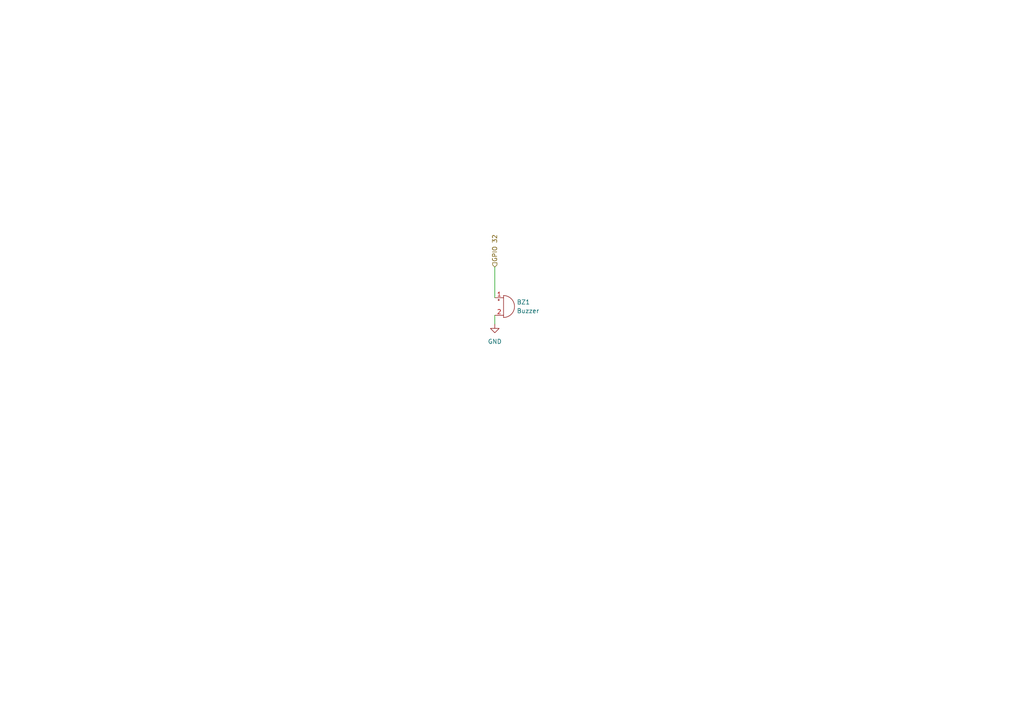
<source format=kicad_sch>
(kicad_sch
	(version 20250114)
	(generator "eeschema")
	(generator_version "9.0")
	(uuid "7db4f59b-2c34-401c-ac1b-51f2fe65f13c")
	(paper "A4")
	(lib_symbols
		(symbol "Device:Buzzer"
			(pin_names
				(offset 0.0254)
				(hide yes)
			)
			(exclude_from_sim no)
			(in_bom yes)
			(on_board yes)
			(property "Reference" "BZ"
				(at 3.81 1.27 0)
				(effects
					(font
						(size 1.27 1.27)
					)
					(justify left)
				)
			)
			(property "Value" "Buzzer"
				(at 3.81 -1.27 0)
				(effects
					(font
						(size 1.27 1.27)
					)
					(justify left)
				)
			)
			(property "Footprint" ""
				(at -0.635 2.54 90)
				(effects
					(font
						(size 1.27 1.27)
					)
					(hide yes)
				)
			)
			(property "Datasheet" "~"
				(at -0.635 2.54 90)
				(effects
					(font
						(size 1.27 1.27)
					)
					(hide yes)
				)
			)
			(property "Description" "Buzzer, polarized"
				(at 0 0 0)
				(effects
					(font
						(size 1.27 1.27)
					)
					(hide yes)
				)
			)
			(property "ki_keywords" "quartz resonator ceramic"
				(at 0 0 0)
				(effects
					(font
						(size 1.27 1.27)
					)
					(hide yes)
				)
			)
			(property "ki_fp_filters" "*Buzzer*"
				(at 0 0 0)
				(effects
					(font
						(size 1.27 1.27)
					)
					(hide yes)
				)
			)
			(symbol "Buzzer_0_1"
				(polyline
					(pts
						(xy -1.651 1.905) (xy -1.143 1.905)
					)
					(stroke
						(width 0)
						(type default)
					)
					(fill
						(type none)
					)
				)
				(polyline
					(pts
						(xy -1.397 2.159) (xy -1.397 1.651)
					)
					(stroke
						(width 0)
						(type default)
					)
					(fill
						(type none)
					)
				)
				(arc
					(start 0 3.175)
					(mid 3.1612 0)
					(end 0 -3.175)
					(stroke
						(width 0)
						(type default)
					)
					(fill
						(type none)
					)
				)
				(polyline
					(pts
						(xy 0 3.175) (xy 0 -3.175)
					)
					(stroke
						(width 0)
						(type default)
					)
					(fill
						(type none)
					)
				)
			)
			(symbol "Buzzer_1_1"
				(pin passive line
					(at -2.54 2.54 0)
					(length 2.54)
					(name "+"
						(effects
							(font
								(size 1.27 1.27)
							)
						)
					)
					(number "1"
						(effects
							(font
								(size 1.27 1.27)
							)
						)
					)
				)
				(pin passive line
					(at -2.54 -2.54 0)
					(length 2.54)
					(name "-"
						(effects
							(font
								(size 1.27 1.27)
							)
						)
					)
					(number "2"
						(effects
							(font
								(size 1.27 1.27)
							)
						)
					)
				)
			)
			(embedded_fonts no)
		)
		(symbol "power:GND"
			(power)
			(pin_numbers
				(hide yes)
			)
			(pin_names
				(offset 0)
				(hide yes)
			)
			(exclude_from_sim no)
			(in_bom yes)
			(on_board yes)
			(property "Reference" "#PWR"
				(at 0 -6.35 0)
				(effects
					(font
						(size 1.27 1.27)
					)
					(hide yes)
				)
			)
			(property "Value" "GND"
				(at 0 -3.81 0)
				(effects
					(font
						(size 1.27 1.27)
					)
				)
			)
			(property "Footprint" ""
				(at 0 0 0)
				(effects
					(font
						(size 1.27 1.27)
					)
					(hide yes)
				)
			)
			(property "Datasheet" ""
				(at 0 0 0)
				(effects
					(font
						(size 1.27 1.27)
					)
					(hide yes)
				)
			)
			(property "Description" "Power symbol creates a global label with name \"GND\" , ground"
				(at 0 0 0)
				(effects
					(font
						(size 1.27 1.27)
					)
					(hide yes)
				)
			)
			(property "ki_keywords" "global power"
				(at 0 0 0)
				(effects
					(font
						(size 1.27 1.27)
					)
					(hide yes)
				)
			)
			(symbol "GND_0_1"
				(polyline
					(pts
						(xy 0 0) (xy 0 -1.27) (xy 1.27 -1.27) (xy 0 -2.54) (xy -1.27 -1.27) (xy 0 -1.27)
					)
					(stroke
						(width 0)
						(type default)
					)
					(fill
						(type none)
					)
				)
			)
			(symbol "GND_1_1"
				(pin power_in line
					(at 0 0 270)
					(length 0)
					(name "~"
						(effects
							(font
								(size 1.27 1.27)
							)
						)
					)
					(number "1"
						(effects
							(font
								(size 1.27 1.27)
							)
						)
					)
				)
			)
			(embedded_fonts no)
		)
	)
	(wire
		(pts
			(xy 143.51 91.44) (xy 143.51 93.98)
		)
		(stroke
			(width 0)
			(type default)
		)
		(uuid "3f037875-7157-4258-a867-0b78eae102e9")
	)
	(wire
		(pts
			(xy 143.51 77.47) (xy 143.51 86.36)
		)
		(stroke
			(width 0)
			(type default)
		)
		(uuid "a6119083-70a3-4f24-8162-f2a1e87e1890")
	)
	(hierarchical_label "GPIO 32"
		(shape input)
		(at 143.51 77.47 90)
		(effects
			(font
				(size 1.27 1.27)
			)
			(justify left)
		)
		(uuid "129d0532-50a2-4ccb-846e-6f3bfb5c9c5f")
	)
	(symbol
		(lib_id "power:GND")
		(at 143.51 93.98 0)
		(unit 1)
		(exclude_from_sim no)
		(in_bom yes)
		(on_board yes)
		(dnp no)
		(fields_autoplaced yes)
		(uuid "a5908a10-6c54-4fab-bcbb-18b84bcc0853")
		(property "Reference" "#PWR014"
			(at 143.51 100.33 0)
			(effects
				(font
					(size 1.27 1.27)
				)
				(hide yes)
			)
		)
		(property "Value" "GND"
			(at 143.51 99.06 0)
			(effects
				(font
					(size 1.27 1.27)
				)
			)
		)
		(property "Footprint" ""
			(at 143.51 93.98 0)
			(effects
				(font
					(size 1.27 1.27)
				)
				(hide yes)
			)
		)
		(property "Datasheet" ""
			(at 143.51 93.98 0)
			(effects
				(font
					(size 1.27 1.27)
				)
				(hide yes)
			)
		)
		(property "Description" "Power symbol creates a global label with name \"GND\" , ground"
			(at 143.51 93.98 0)
			(effects
				(font
					(size 1.27 1.27)
				)
				(hide yes)
			)
		)
		(pin "1"
			(uuid "806cdb16-c845-4308-843c-fc65e9540e69")
		)
		(instances
			(project "Mano"
				(path "/6a2a9fca-79fe-498d-bfd5-926b250faf65/280e6bf0-7e20-4f19-86d2-dbb487803ee9/da6b20a4-13cd-4327-b1bb-7a17b16b1ff1"
					(reference "#PWR014")
					(unit 1)
				)
			)
		)
	)
	(symbol
		(lib_id "Device:Buzzer")
		(at 146.05 88.9 0)
		(unit 1)
		(exclude_from_sim no)
		(in_bom yes)
		(on_board yes)
		(dnp no)
		(fields_autoplaced yes)
		(uuid "cb6af0fe-0351-4495-af02-9c1424a1e535")
		(property "Reference" "BZ1"
			(at 149.86 87.6299 0)
			(effects
				(font
					(size 1.27 1.27)
				)
				(justify left)
			)
		)
		(property "Value" "Buzzer"
			(at 149.86 90.1699 0)
			(effects
				(font
					(size 1.27 1.27)
				)
				(justify left)
			)
		)
		(property "Footprint" "Buzzer_Beeper:Buzzer_12x9.5RM7.6"
			(at 145.415 86.36 90)
			(effects
				(font
					(size 1.27 1.27)
				)
				(hide yes)
			)
		)
		(property "Datasheet" "~"
			(at 145.415 86.36 90)
			(effects
				(font
					(size 1.27 1.27)
				)
				(hide yes)
			)
		)
		(property "Description" "Buzzer, polarized"
			(at 146.05 88.9 0)
			(effects
				(font
					(size 1.27 1.27)
				)
				(hide yes)
			)
		)
		(pin "1"
			(uuid "4f51bdca-14ec-44b8-b255-bf78c79df419")
		)
		(pin "2"
			(uuid "cc3a5f5d-a505-47b9-accd-0b77e60b1e84")
		)
		(instances
			(project ""
				(path "/6a2a9fca-79fe-498d-bfd5-926b250faf65/280e6bf0-7e20-4f19-86d2-dbb487803ee9/da6b20a4-13cd-4327-b1bb-7a17b16b1ff1"
					(reference "BZ1")
					(unit 1)
				)
			)
		)
	)
)

</source>
